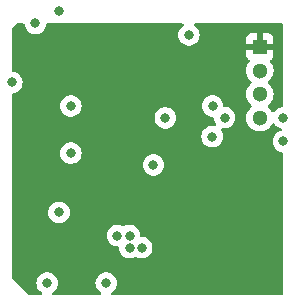
<source format=gbr>
%TF.GenerationSoftware,KiCad,Pcbnew,7.0.8*%
%TF.CreationDate,2023-10-11T10:23:23-04:00*%
%TF.ProjectId,MCU+IMU,4d43552b-494d-4552-9e6b-696361645f70,rev?*%
%TF.SameCoordinates,Original*%
%TF.FileFunction,Copper,L2,Inr*%
%TF.FilePolarity,Positive*%
%FSLAX46Y46*%
G04 Gerber Fmt 4.6, Leading zero omitted, Abs format (unit mm)*
G04 Created by KiCad (PCBNEW 7.0.8) date 2023-10-11 10:23:23*
%MOMM*%
%LPD*%
G01*
G04 APERTURE LIST*
%TA.AperFunction,ComponentPad*%
%ADD10R,1.300000X1.300000*%
%TD*%
%TA.AperFunction,ComponentPad*%
%ADD11C,1.300000*%
%TD*%
%TA.AperFunction,ViaPad*%
%ADD12C,0.800000*%
%TD*%
G04 APERTURE END LIST*
D10*
%TO.N,GND*%
%TO.C,J1*%
X158000000Y-73000000D03*
D11*
%TO.N,/SWDIO*%
X158000000Y-75000000D03*
%TO.N,/SWCLK*%
X158000000Y-77000000D03*
%TO.N,unconnected-(J1-Pin_4-Pad4)*%
X158000000Y-79000000D03*
%TD*%
D12*
%TO.N,GND*%
X142885179Y-92885116D03*
X150000000Y-89000000D03*
X142000000Y-80000000D03*
X144987701Y-86987701D03*
X156000000Y-78000000D03*
X141000000Y-85000000D03*
X138000000Y-92000000D03*
X156000000Y-72000000D03*
X150000000Y-93000000D03*
X141000000Y-70000000D03*
X138000000Y-73000000D03*
%TO.N,/USART1_RX*%
X150000000Y-79000000D03*
%TO.N,/USART1_TX*%
X154000000Y-78000000D03*
%TO.N,VDD*%
X149000000Y-83000000D03*
X137000000Y-76000000D03*
X160000000Y-79000000D03*
X141000000Y-87000000D03*
X152000000Y-72000000D03*
X139000000Y-71000000D03*
X153963878Y-80593474D03*
X140000000Y-93000000D03*
X142000000Y-82000000D03*
%TO.N,/MODE_SEL*%
X160000000Y-81000000D03*
%TO.N,/IMU_INT*%
X145950377Y-88975121D03*
%TO.N,/IMU Comm En*%
X146975048Y-88975048D03*
%TO.N,/NRST*%
X155012299Y-78987701D03*
X142000000Y-78000000D03*
%TO.N,/I2C2_SCL*%
X147000000Y-90000000D03*
%TO.N,/I2C2_SDA*%
X148000000Y-90000000D03*
%TO.N,/I2C_SA0*%
X145000000Y-93000000D03*
%TD*%
%TA.AperFunction,Conductor*%
%TO.N,GND*%
G36*
X138041885Y-71019685D02*
G01*
X138087640Y-71072489D01*
X138098166Y-71111034D01*
X138106458Y-71189928D01*
X138106459Y-71189931D01*
X138165470Y-71371549D01*
X138165473Y-71371556D01*
X138260960Y-71536944D01*
X138388747Y-71678866D01*
X138543248Y-71791118D01*
X138717712Y-71868794D01*
X138904513Y-71908500D01*
X139095487Y-71908500D01*
X139282288Y-71868794D01*
X139456752Y-71791118D01*
X139611253Y-71678866D01*
X139739040Y-71536944D01*
X139834527Y-71371556D01*
X139893542Y-71189928D01*
X139901833Y-71111036D01*
X139928418Y-71046424D01*
X139985715Y-71006439D01*
X140025154Y-71000000D01*
X151449117Y-71000000D01*
X151516156Y-71019685D01*
X151561911Y-71072489D01*
X151571855Y-71141647D01*
X151542830Y-71205203D01*
X151522005Y-71224315D01*
X151449438Y-71277039D01*
X151388745Y-71321135D01*
X151260959Y-71463057D01*
X151165473Y-71628443D01*
X151165470Y-71628450D01*
X151106459Y-71810068D01*
X151106458Y-71810072D01*
X151086496Y-72000000D01*
X151106458Y-72189928D01*
X151106459Y-72189931D01*
X151165470Y-72371549D01*
X151165473Y-72371556D01*
X151260960Y-72536944D01*
X151388747Y-72678866D01*
X151543248Y-72791118D01*
X151717712Y-72868794D01*
X151904513Y-72908500D01*
X152095487Y-72908500D01*
X152282288Y-72868794D01*
X152456752Y-72791118D01*
X152611253Y-72678866D01*
X152739040Y-72536944D01*
X152834527Y-72371556D01*
X152893542Y-72189928D01*
X152913504Y-72000000D01*
X152893542Y-71810072D01*
X152834527Y-71628444D01*
X152739040Y-71463056D01*
X152611253Y-71321134D01*
X152477996Y-71224316D01*
X152435332Y-71168988D01*
X152429353Y-71099375D01*
X152461959Y-71037580D01*
X152522798Y-71003222D01*
X152550883Y-71000000D01*
X159876000Y-71000000D01*
X159943039Y-71019685D01*
X159988794Y-71072489D01*
X160000000Y-71124000D01*
X160000000Y-77970790D01*
X159980315Y-78037829D01*
X159927511Y-78083584D01*
X159901781Y-78092080D01*
X159717714Y-78131205D01*
X159543246Y-78208883D01*
X159388745Y-78321135D01*
X159260958Y-78463057D01*
X159260956Y-78463060D01*
X159250694Y-78480834D01*
X159200125Y-78529047D01*
X159131517Y-78542267D01*
X159066654Y-78516296D01*
X159032310Y-78474100D01*
X158989195Y-78387514D01*
X158989194Y-78387513D01*
X158859813Y-78216184D01*
X158859810Y-78216180D01*
X158723189Y-78091634D01*
X158686911Y-78031926D01*
X158688671Y-77962079D01*
X158723189Y-77908366D01*
X158859810Y-77783820D01*
X158977144Y-77628444D01*
X158989194Y-77612487D01*
X158989194Y-77612485D01*
X158989196Y-77612484D01*
X159084897Y-77420291D01*
X159143653Y-77213786D01*
X159163463Y-77000000D01*
X159143653Y-76786214D01*
X159084897Y-76579709D01*
X159032640Y-76474764D01*
X158989194Y-76387512D01*
X158859813Y-76216184D01*
X158859810Y-76216180D01*
X158723189Y-76091634D01*
X158686911Y-76031926D01*
X158688671Y-75962079D01*
X158723189Y-75908366D01*
X158859810Y-75783820D01*
X158977144Y-75628444D01*
X158989194Y-75612487D01*
X158989194Y-75612485D01*
X158989196Y-75612484D01*
X159084897Y-75420291D01*
X159143653Y-75213786D01*
X159163463Y-75000000D01*
X159162331Y-74987789D01*
X159143653Y-74786214D01*
X159143652Y-74786212D01*
X159084898Y-74579713D01*
X159084897Y-74579709D01*
X158989196Y-74387516D01*
X158887249Y-74252516D01*
X158862559Y-74187159D01*
X158877124Y-74118824D01*
X158911894Y-74078526D01*
X159007190Y-74007186D01*
X159093350Y-73892093D01*
X159093354Y-73892086D01*
X159143596Y-73757379D01*
X159143598Y-73757372D01*
X159149999Y-73697844D01*
X159150000Y-73697827D01*
X159150000Y-73250000D01*
X158315686Y-73250000D01*
X158327641Y-73238045D01*
X158385165Y-73125148D01*
X158404986Y-73000000D01*
X158385165Y-72874852D01*
X158327641Y-72761955D01*
X158315686Y-72750000D01*
X159150000Y-72750000D01*
X159150000Y-72302172D01*
X159149999Y-72302155D01*
X159143598Y-72242627D01*
X159143596Y-72242620D01*
X159093354Y-72107913D01*
X159093350Y-72107906D01*
X159007190Y-71992812D01*
X159007187Y-71992809D01*
X158892093Y-71906649D01*
X158892086Y-71906645D01*
X158757379Y-71856403D01*
X158757372Y-71856401D01*
X158697844Y-71850000D01*
X158250000Y-71850000D01*
X158250000Y-72684314D01*
X158238045Y-72672359D01*
X158125148Y-72614835D01*
X158031481Y-72600000D01*
X157968519Y-72600000D01*
X157874852Y-72614835D01*
X157761955Y-72672359D01*
X157750000Y-72684314D01*
X157750000Y-71850000D01*
X157302155Y-71850000D01*
X157242627Y-71856401D01*
X157242620Y-71856403D01*
X157107913Y-71906645D01*
X157107906Y-71906649D01*
X156992812Y-71992809D01*
X156992809Y-71992812D01*
X156906649Y-72107906D01*
X156906645Y-72107913D01*
X156856403Y-72242620D01*
X156856401Y-72242627D01*
X156850000Y-72302155D01*
X156850000Y-72750000D01*
X157684314Y-72750000D01*
X157672359Y-72761955D01*
X157614835Y-72874852D01*
X157595014Y-73000000D01*
X157614835Y-73125148D01*
X157672359Y-73238045D01*
X157684314Y-73250000D01*
X156850000Y-73250000D01*
X156850000Y-73697844D01*
X156856401Y-73757372D01*
X156856403Y-73757379D01*
X156906645Y-73892086D01*
X156906649Y-73892093D01*
X156992809Y-74007186D01*
X157088104Y-74078525D01*
X157129975Y-74134459D01*
X157134959Y-74204151D01*
X157112748Y-74252518D01*
X157010804Y-74387516D01*
X156915107Y-74579698D01*
X156915101Y-74579713D01*
X156856347Y-74786212D01*
X156856346Y-74786214D01*
X156836537Y-74999999D01*
X156836537Y-75000000D01*
X156856346Y-75213785D01*
X156856347Y-75213787D01*
X156915101Y-75420286D01*
X156915107Y-75420301D01*
X157010805Y-75612487D01*
X157140187Y-75783817D01*
X157140190Y-75783820D01*
X157276806Y-75908363D01*
X157313088Y-75968074D01*
X157311327Y-76037922D01*
X157276806Y-76091637D01*
X157140190Y-76216179D01*
X157140187Y-76216182D01*
X157010805Y-76387512D01*
X156915107Y-76579698D01*
X156915101Y-76579713D01*
X156856347Y-76786212D01*
X156856346Y-76786214D01*
X156836537Y-76999999D01*
X156836537Y-77000000D01*
X156856346Y-77213785D01*
X156856347Y-77213787D01*
X156915101Y-77420286D01*
X156915107Y-77420301D01*
X157010805Y-77612487D01*
X157140187Y-77783817D01*
X157140190Y-77783820D01*
X157276806Y-77908363D01*
X157313088Y-77968074D01*
X157311327Y-78037922D01*
X157276806Y-78091637D01*
X157140190Y-78216179D01*
X157140187Y-78216182D01*
X157010805Y-78387512D01*
X156915107Y-78579698D01*
X156915101Y-78579713D01*
X156856347Y-78786212D01*
X156856346Y-78786214D01*
X156836537Y-78999999D01*
X156836537Y-79000000D01*
X156856346Y-79213785D01*
X156856347Y-79213787D01*
X156915101Y-79420286D01*
X156915107Y-79420301D01*
X157010805Y-79612487D01*
X157140187Y-79783817D01*
X157140189Y-79783820D01*
X157298856Y-79928463D01*
X157298858Y-79928465D01*
X157370891Y-79973065D01*
X157481400Y-80041489D01*
X157681603Y-80119049D01*
X157892649Y-80158500D01*
X157892651Y-80158500D01*
X158107349Y-80158500D01*
X158107351Y-80158500D01*
X158318397Y-80119049D01*
X158518600Y-80041489D01*
X158701143Y-79928464D01*
X158859810Y-79783820D01*
X158989196Y-79612484D01*
X159032311Y-79525895D01*
X159079812Y-79474662D01*
X159147475Y-79457240D01*
X159213815Y-79479165D01*
X159250695Y-79519167D01*
X159260956Y-79536939D01*
X159260958Y-79536942D01*
X159311112Y-79592643D01*
X159388747Y-79678866D01*
X159543248Y-79791118D01*
X159717712Y-79868794D01*
X159742906Y-79874149D01*
X159764362Y-79878710D01*
X159825844Y-79911902D01*
X159859620Y-79973065D01*
X159854968Y-80042780D01*
X159813363Y-80098912D01*
X159764362Y-80121290D01*
X159717714Y-80131205D01*
X159543246Y-80208883D01*
X159388745Y-80321135D01*
X159260959Y-80463057D01*
X159165473Y-80628443D01*
X159165470Y-80628450D01*
X159106459Y-80810068D01*
X159106458Y-80810072D01*
X159086496Y-81000000D01*
X159106458Y-81189928D01*
X159106459Y-81189931D01*
X159165470Y-81371549D01*
X159165473Y-81371556D01*
X159260960Y-81536944D01*
X159388747Y-81678866D01*
X159543248Y-81791118D01*
X159717712Y-81868794D01*
X159901781Y-81907919D01*
X159963263Y-81941111D01*
X159997039Y-82002274D01*
X160000000Y-82029209D01*
X160000000Y-93876000D01*
X159980315Y-93943039D01*
X159927511Y-93988794D01*
X159876000Y-94000000D01*
X145550883Y-94000000D01*
X145483844Y-93980315D01*
X145438089Y-93927511D01*
X145428145Y-93858353D01*
X145457170Y-93794797D01*
X145477994Y-93775684D01*
X145611253Y-93678866D01*
X145739040Y-93536944D01*
X145834527Y-93371556D01*
X145893542Y-93189928D01*
X145913504Y-93000000D01*
X145893542Y-92810072D01*
X145834527Y-92628444D01*
X145739040Y-92463056D01*
X145611253Y-92321134D01*
X145456752Y-92208882D01*
X145282288Y-92131206D01*
X145282286Y-92131205D01*
X145095487Y-92091500D01*
X144904513Y-92091500D01*
X144717714Y-92131205D01*
X144543246Y-92208883D01*
X144388745Y-92321135D01*
X144260959Y-92463057D01*
X144165473Y-92628443D01*
X144165470Y-92628450D01*
X144106459Y-92810068D01*
X144106458Y-92810072D01*
X144086496Y-93000000D01*
X144106458Y-93189928D01*
X144106459Y-93189931D01*
X144165470Y-93371549D01*
X144165473Y-93371556D01*
X144260960Y-93536944D01*
X144388747Y-93678866D01*
X144522003Y-93775683D01*
X144564668Y-93831012D01*
X144570647Y-93900625D01*
X144538041Y-93962420D01*
X144477202Y-93996778D01*
X144449117Y-94000000D01*
X140550883Y-94000000D01*
X140483844Y-93980315D01*
X140438089Y-93927511D01*
X140428145Y-93858353D01*
X140457170Y-93794797D01*
X140477994Y-93775684D01*
X140611253Y-93678866D01*
X140739040Y-93536944D01*
X140834527Y-93371556D01*
X140893542Y-93189928D01*
X140913504Y-93000000D01*
X140893542Y-92810072D01*
X140834527Y-92628444D01*
X140739040Y-92463056D01*
X140611253Y-92321134D01*
X140456752Y-92208882D01*
X140282288Y-92131206D01*
X140282286Y-92131205D01*
X140095487Y-92091500D01*
X139904513Y-92091500D01*
X139717714Y-92131205D01*
X139543246Y-92208883D01*
X139388745Y-92321135D01*
X139260959Y-92463057D01*
X139165473Y-92628443D01*
X139165470Y-92628450D01*
X139106459Y-92810068D01*
X139106458Y-92810072D01*
X139086496Y-93000000D01*
X139106458Y-93189928D01*
X139106459Y-93189931D01*
X139165470Y-93371549D01*
X139165473Y-93371556D01*
X139260960Y-93536944D01*
X139388747Y-93678866D01*
X139522003Y-93775683D01*
X139564668Y-93831012D01*
X139570647Y-93900625D01*
X139538041Y-93962420D01*
X139477202Y-93996778D01*
X139449117Y-94000000D01*
X138474532Y-94000000D01*
X138407493Y-93980315D01*
X138389029Y-93965807D01*
X138002823Y-93598109D01*
X138000671Y-93595957D01*
X137447693Y-93015145D01*
X137445649Y-93012890D01*
X137030106Y-92531159D01*
X137001223Y-92467539D01*
X137000000Y-92450166D01*
X137000000Y-88975121D01*
X145036873Y-88975121D01*
X145056835Y-89165049D01*
X145056836Y-89165052D01*
X145115847Y-89346670D01*
X145115850Y-89346677D01*
X145211337Y-89512065D01*
X145339124Y-89653987D01*
X145493625Y-89766239D01*
X145668089Y-89843915D01*
X145854890Y-89883621D01*
X145962614Y-89883621D01*
X146029653Y-89903306D01*
X146075408Y-89956110D01*
X146085935Y-89994659D01*
X146086496Y-89999998D01*
X146086496Y-90000000D01*
X146106458Y-90189928D01*
X146106459Y-90189931D01*
X146165470Y-90371549D01*
X146165473Y-90371556D01*
X146260960Y-90536944D01*
X146388747Y-90678866D01*
X146543248Y-90791118D01*
X146717712Y-90868794D01*
X146904513Y-90908500D01*
X147095487Y-90908500D01*
X147282288Y-90868794D01*
X147449567Y-90794316D01*
X147518815Y-90785033D01*
X147550429Y-90794315D01*
X147717712Y-90868794D01*
X147904513Y-90908500D01*
X148095487Y-90908500D01*
X148282288Y-90868794D01*
X148456752Y-90791118D01*
X148611253Y-90678866D01*
X148739040Y-90536944D01*
X148834527Y-90371556D01*
X148893542Y-90189928D01*
X148913504Y-90000000D01*
X148893542Y-89810072D01*
X148834527Y-89628444D01*
X148739040Y-89463056D01*
X148611253Y-89321134D01*
X148456752Y-89208882D01*
X148282288Y-89131206D01*
X148282286Y-89131205D01*
X148095487Y-89091500D01*
X148012442Y-89091500D01*
X147945403Y-89071815D01*
X147899648Y-89019011D01*
X147889121Y-88980462D01*
X147888552Y-88975048D01*
X147868590Y-88785120D01*
X147809575Y-88603492D01*
X147714088Y-88438104D01*
X147586301Y-88296182D01*
X147431800Y-88183930D01*
X147257336Y-88106254D01*
X147257334Y-88106253D01*
X147070535Y-88066548D01*
X146879561Y-88066548D01*
X146692761Y-88106253D01*
X146692758Y-88106254D01*
X146513064Y-88186258D01*
X146443814Y-88195542D01*
X146412195Y-88186258D01*
X146303293Y-88137772D01*
X146232665Y-88106327D01*
X146232663Y-88106326D01*
X146045864Y-88066621D01*
X145854890Y-88066621D01*
X145668091Y-88106326D01*
X145493623Y-88184004D01*
X145339122Y-88296256D01*
X145211336Y-88438178D01*
X145115850Y-88603564D01*
X145115847Y-88603571D01*
X145056836Y-88785189D01*
X145056835Y-88785193D01*
X145036873Y-88975121D01*
X137000000Y-88975121D01*
X137000000Y-87000000D01*
X140086496Y-87000000D01*
X140106458Y-87189928D01*
X140106459Y-87189931D01*
X140165470Y-87371549D01*
X140165473Y-87371556D01*
X140260960Y-87536944D01*
X140388747Y-87678866D01*
X140543248Y-87791118D01*
X140717712Y-87868794D01*
X140904513Y-87908500D01*
X141095487Y-87908500D01*
X141282288Y-87868794D01*
X141456752Y-87791118D01*
X141611253Y-87678866D01*
X141739040Y-87536944D01*
X141834527Y-87371556D01*
X141893542Y-87189928D01*
X141913504Y-87000000D01*
X141893542Y-86810072D01*
X141834527Y-86628444D01*
X141739040Y-86463056D01*
X141611253Y-86321134D01*
X141456752Y-86208882D01*
X141282288Y-86131206D01*
X141282286Y-86131205D01*
X141095487Y-86091500D01*
X140904513Y-86091500D01*
X140717714Y-86131205D01*
X140543246Y-86208883D01*
X140388745Y-86321135D01*
X140260959Y-86463057D01*
X140165473Y-86628443D01*
X140165470Y-86628450D01*
X140121882Y-86762602D01*
X140106458Y-86810072D01*
X140086496Y-87000000D01*
X137000000Y-87000000D01*
X137000000Y-83000000D01*
X148086496Y-83000000D01*
X148106458Y-83189928D01*
X148106459Y-83189931D01*
X148165470Y-83371549D01*
X148165473Y-83371556D01*
X148260960Y-83536944D01*
X148388747Y-83678866D01*
X148543248Y-83791118D01*
X148717712Y-83868794D01*
X148904513Y-83908500D01*
X149095487Y-83908500D01*
X149282288Y-83868794D01*
X149456752Y-83791118D01*
X149611253Y-83678866D01*
X149739040Y-83536944D01*
X149834527Y-83371556D01*
X149893542Y-83189928D01*
X149913504Y-83000000D01*
X149893542Y-82810072D01*
X149834527Y-82628444D01*
X149739040Y-82463056D01*
X149611253Y-82321134D01*
X149456752Y-82208882D01*
X149282288Y-82131206D01*
X149282286Y-82131205D01*
X149095487Y-82091500D01*
X148904513Y-82091500D01*
X148717714Y-82131205D01*
X148543246Y-82208883D01*
X148388745Y-82321135D01*
X148260959Y-82463057D01*
X148165473Y-82628443D01*
X148165470Y-82628450D01*
X148108189Y-82804745D01*
X148106458Y-82810072D01*
X148086496Y-83000000D01*
X137000000Y-83000000D01*
X137000000Y-82000000D01*
X141086496Y-82000000D01*
X141106458Y-82189928D01*
X141106459Y-82189931D01*
X141165470Y-82371549D01*
X141165473Y-82371556D01*
X141260960Y-82536944D01*
X141388747Y-82678866D01*
X141543248Y-82791118D01*
X141717712Y-82868794D01*
X141904513Y-82908500D01*
X142095487Y-82908500D01*
X142282288Y-82868794D01*
X142456752Y-82791118D01*
X142611253Y-82678866D01*
X142739040Y-82536944D01*
X142834527Y-82371556D01*
X142893542Y-82189928D01*
X142913504Y-82000000D01*
X142893542Y-81810072D01*
X142834527Y-81628444D01*
X142739040Y-81463056D01*
X142611253Y-81321134D01*
X142456752Y-81208882D01*
X142282288Y-81131206D01*
X142282286Y-81131205D01*
X142095487Y-81091500D01*
X141904513Y-81091500D01*
X141717714Y-81131205D01*
X141543246Y-81208883D01*
X141388745Y-81321135D01*
X141260959Y-81463057D01*
X141165473Y-81628443D01*
X141165470Y-81628450D01*
X141106459Y-81810068D01*
X141106458Y-81810072D01*
X141086496Y-82000000D01*
X137000000Y-82000000D01*
X137000000Y-80593474D01*
X153050374Y-80593474D01*
X153070336Y-80783402D01*
X153070337Y-80783405D01*
X153129348Y-80965023D01*
X153129351Y-80965030D01*
X153224838Y-81130418D01*
X153352625Y-81272340D01*
X153507126Y-81384592D01*
X153681590Y-81462268D01*
X153868391Y-81501974D01*
X154059365Y-81501974D01*
X154246166Y-81462268D01*
X154420630Y-81384592D01*
X154575131Y-81272340D01*
X154702918Y-81130418D01*
X154798405Y-80965030D01*
X154857420Y-80783402D01*
X154877382Y-80593474D01*
X154857420Y-80403546D01*
X154798405Y-80221918D01*
X154706735Y-80063142D01*
X154690263Y-79995243D01*
X154713116Y-79929216D01*
X154768037Y-79886025D01*
X154837590Y-79879384D01*
X154839822Y-79879836D01*
X154916812Y-79896201D01*
X154916813Y-79896201D01*
X155107786Y-79896201D01*
X155294587Y-79856495D01*
X155469051Y-79778819D01*
X155623552Y-79666567D01*
X155751339Y-79524645D01*
X155846826Y-79359257D01*
X155905841Y-79177629D01*
X155925803Y-78987701D01*
X155905841Y-78797773D01*
X155846826Y-78616145D01*
X155751339Y-78450757D01*
X155623552Y-78308835D01*
X155469051Y-78196583D01*
X155294587Y-78118907D01*
X155294585Y-78118906D01*
X155107786Y-78079201D01*
X155033478Y-78079201D01*
X154966439Y-78059516D01*
X154920684Y-78006712D01*
X154910158Y-77968166D01*
X154893542Y-77810072D01*
X154834527Y-77628444D01*
X154739040Y-77463056D01*
X154611253Y-77321134D01*
X154456752Y-77208882D01*
X154282288Y-77131206D01*
X154282286Y-77131205D01*
X154095487Y-77091500D01*
X153904513Y-77091500D01*
X153717714Y-77131205D01*
X153543246Y-77208883D01*
X153388745Y-77321135D01*
X153260959Y-77463057D01*
X153165473Y-77628443D01*
X153165470Y-77628450D01*
X153106459Y-77810068D01*
X153106458Y-77810072D01*
X153086496Y-78000000D01*
X153106458Y-78189928D01*
X153106459Y-78189931D01*
X153165470Y-78371549D01*
X153165473Y-78371556D01*
X153260960Y-78536944D01*
X153388747Y-78678866D01*
X153543248Y-78791118D01*
X153717712Y-78868794D01*
X153904513Y-78908500D01*
X153978821Y-78908500D01*
X154045860Y-78928185D01*
X154091615Y-78980989D01*
X154102140Y-79019534D01*
X154118757Y-79177629D01*
X154118758Y-79177632D01*
X154177769Y-79359250D01*
X154177772Y-79359257D01*
X154269440Y-79518031D01*
X154285913Y-79585931D01*
X154263060Y-79651958D01*
X154208139Y-79695149D01*
X154138586Y-79701790D01*
X154136272Y-79701321D01*
X154059365Y-79684974D01*
X153868391Y-79684974D01*
X153681592Y-79724679D01*
X153681590Y-79724680D01*
X153548766Y-79783817D01*
X153507124Y-79802357D01*
X153352623Y-79914609D01*
X153224837Y-80056531D01*
X153129351Y-80221917D01*
X153129348Y-80221924D01*
X153097113Y-80321135D01*
X153070336Y-80403546D01*
X153050374Y-80593474D01*
X137000000Y-80593474D01*
X137000000Y-79000000D01*
X149086496Y-79000000D01*
X149106458Y-79189928D01*
X149106459Y-79189931D01*
X149165470Y-79371549D01*
X149165473Y-79371556D01*
X149260960Y-79536944D01*
X149388747Y-79678866D01*
X149543248Y-79791118D01*
X149717712Y-79868794D01*
X149904513Y-79908500D01*
X150095487Y-79908500D01*
X150282288Y-79868794D01*
X150456752Y-79791118D01*
X150611253Y-79678866D01*
X150739040Y-79536944D01*
X150834527Y-79371556D01*
X150893542Y-79189928D01*
X150913504Y-79000000D01*
X150893542Y-78810072D01*
X150834527Y-78628444D01*
X150739040Y-78463056D01*
X150611253Y-78321134D01*
X150456752Y-78208882D01*
X150282288Y-78131206D01*
X150282286Y-78131205D01*
X150095487Y-78091500D01*
X149904513Y-78091500D01*
X149717714Y-78131205D01*
X149543246Y-78208883D01*
X149388745Y-78321135D01*
X149260959Y-78463057D01*
X149165473Y-78628443D01*
X149165470Y-78628450D01*
X149106459Y-78810068D01*
X149106458Y-78810072D01*
X149086496Y-79000000D01*
X137000000Y-79000000D01*
X137000000Y-78000000D01*
X141086496Y-78000000D01*
X141106458Y-78189928D01*
X141106459Y-78189931D01*
X141165470Y-78371549D01*
X141165473Y-78371556D01*
X141260960Y-78536944D01*
X141388747Y-78678866D01*
X141543248Y-78791118D01*
X141717712Y-78868794D01*
X141904513Y-78908500D01*
X142095487Y-78908500D01*
X142282288Y-78868794D01*
X142456752Y-78791118D01*
X142611253Y-78678866D01*
X142739040Y-78536944D01*
X142834527Y-78371556D01*
X142893542Y-78189928D01*
X142913504Y-78000000D01*
X142893542Y-77810072D01*
X142834527Y-77628444D01*
X142739040Y-77463056D01*
X142611253Y-77321134D01*
X142456752Y-77208882D01*
X142282288Y-77131206D01*
X142282286Y-77131205D01*
X142095487Y-77091500D01*
X141904513Y-77091500D01*
X141717714Y-77131205D01*
X141543246Y-77208883D01*
X141388745Y-77321135D01*
X141260959Y-77463057D01*
X141165473Y-77628443D01*
X141165470Y-77628450D01*
X141106459Y-77810068D01*
X141106458Y-77810072D01*
X141086496Y-78000000D01*
X137000000Y-78000000D01*
X137000000Y-77029209D01*
X137019685Y-76962170D01*
X137072489Y-76916415D01*
X137098216Y-76907919D01*
X137282288Y-76868794D01*
X137456752Y-76791118D01*
X137611253Y-76678866D01*
X137739040Y-76536944D01*
X137834527Y-76371556D01*
X137893542Y-76189928D01*
X137913504Y-76000000D01*
X137893542Y-75810072D01*
X137834527Y-75628444D01*
X137739040Y-75463056D01*
X137611253Y-75321134D01*
X137456752Y-75208882D01*
X137282288Y-75131206D01*
X137282286Y-75131205D01*
X137282285Y-75131205D01*
X137098219Y-75092080D01*
X137036737Y-75058887D01*
X137002961Y-74997724D01*
X137000000Y-74970790D01*
X137000000Y-71549832D01*
X137019685Y-71482793D01*
X137030092Y-71468856D01*
X137397434Y-71043004D01*
X137456126Y-71005101D01*
X137491326Y-71000000D01*
X137974846Y-71000000D01*
X138041885Y-71019685D01*
G37*
%TD.AperFunction*%
%TD*%
M02*

</source>
